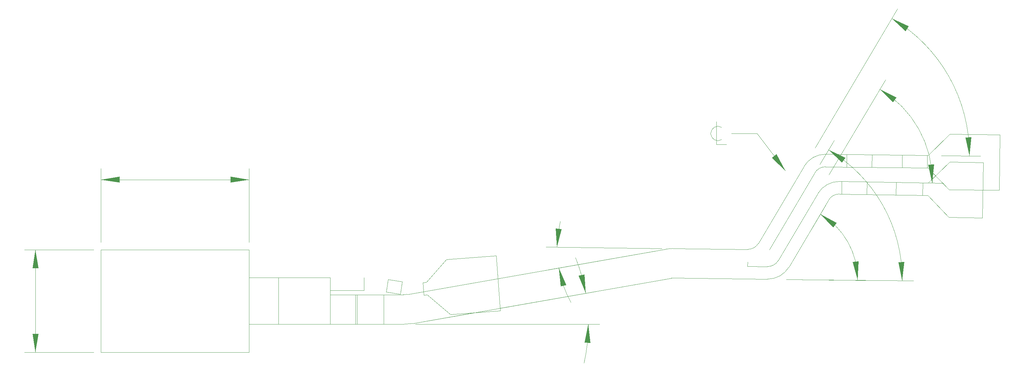
<source format=gbr>
*
G4_C Author: OrCAD GerbTool(tm) 8.1.1 Wed Jun 18 22:44:34 2003*
%LPD*%
%FSLAX34Y34*%
%MOIN*%
%AD*%
%ADD10R,0.050000X0.050000*%
%ADD11C,0.006000*%
%ADD12C,0.019000*%
%ADD13C,0.007900*%
%ADD14C,0.005000*%
%ADD15C,0.000800*%
%ADD16R,0.070000X0.025000*%
%ADD17R,0.068000X0.023000*%
%ADD18C,0.006000*%
%ADD19C,0.009800*%
%ADD20C,0.010000*%
%ADD21C,0.030000*%
%ADD22C,0.060000*%
%ADD23C,0.035000*%
%ADD24C,0.055000*%
%ADD25C,0.010000*%
%ADD26C,0.015000*%
%ADD27C,0.020000*%
%ADD28C,0.005920*%
%ADD29C,0.207760*%
%ADD30C,0.062980*%
%ADD55C,0.001000*%
G4_C OrCAD GerbTool Tool List *
G54D55*
G1X15747Y11731D2*
G1X15747Y19585D1*
G1X-2Y11731D2*
G1X-2Y19585D1*
G1X15747Y18404D2*
G1X7873Y18404D1*
G1X-2Y18404D1*
G36*
G54D55*
G1X13779Y18089D2*
G1X15747Y18404D1*
G1X13779Y18719D1*
G1X13779Y18089D1*
G54D55*
G1X1968Y18719D2*
G1X-2Y18404D1*
G1X1968Y18089D1*
G1X1968Y18719D1*
G37*
G1X-789Y10944D2*
G1X-8149Y10944D1*
G1X-789Y-1D2*
G1X-8149Y-1D1*
G1X-6968Y10944D2*
G1X-6968Y5471D1*
G1X-6968Y-1D1*
G36*
G54D55*
G1X-6653Y8975D2*
G1X-6968Y10944D1*
G1X-7283Y8975D1*
G1X-6653Y8975D1*
G54D55*
G1X-7283Y1967D2*
G1X-6968Y-1D1*
G1X-6653Y1967D1*
G1X-7283Y1967D1*
G37*
G1X33453Y2991D2*
G1X53039Y2991D1*
G1X33924Y3212D2*
G1X52732Y6514D1*
G1X51406Y-1151D2*
G75*
G3X51858Y2991I-18740J4142D1*
G74*
G1X51569Y6310D2*
G75*
G3X50496Y10091I-18903J-3319D1*
G74*
G36*
G54D55*
G1X51858Y2991D2*
G1X52071Y1009D1*
G1X51442Y1041D1*
G1X51858Y2991D1*
G54D55*
G1X51569Y6310D2*
G1X50822Y8159D1*
G1X51436Y8299D1*
G1X51569Y6310D1*
G37*
G1X59695Y11082D2*
G1X47347Y11223D1*
G1X59358Y10876D2*
G1X47544Y8801D1*
G1X48877Y13946D2*
G75*
G3X48528Y11210I11605J-2873D1*
G74*
G1X48707Y9006D2*
G75*
G3X50009Y5309I11775J2068D1*
G74*
G36*
G54D55*
G1X48528Y11210D2*
G1X48398Y13199D1*
G1X49026Y13140D1*
G1X48528Y11210D1*
G54D55*
G1X48707Y9006D2*
G1X49511Y7181D1*
G1X48901Y7021D1*
G1X48707Y9006D1*
G37*
G1X73222Y7778D2*
G1X81698Y7681D1*
G1X75568Y13086D2*
G1X77149Y15761D1*
G1X80517Y7695D2*
G75*
G3X79478Y11752I-8082J92D1*
G3X76548Y14744I-7043J-3965D1*
G74*
G36*
G54D55*
G1X80517Y7695D2*
G1X79987Y9617D1*
G1X80613Y9686D1*
G1X80517Y7695D1*
G54D55*
G1X76548Y14744D2*
G1X78300Y13794D1*
G1X77916Y13294D1*
G1X76548Y14744D1*
G37*
G1X72927Y7781D2*
G1X86436Y7627D1*
G1X76493Y20037D2*
G1X78013Y22603D1*
G1X85255Y7641D2*
G75*
G3X83202Y15665I-15995J183D1*
G3X77411Y21587I-13942J-7842D1*
G74*
G36*
G54D55*
G1X85255Y7641D2*
G1X84842Y9591D1*
G1X85471Y9622D1*
G1X85255Y7641D1*
G54D55*
G1X77411Y21587D2*
G1X79216Y20742D1*
G1X78863Y20221D1*
G1X77411Y21587D1*
G37*
G1X89424Y20980D2*
G1X93583Y20932D1*
G1X75990Y21815D2*
G1X84759Y36622D1*
G1X92402Y20946D2*
G75*
G3X90244Y29381I-16813J192D1*
G3X84157Y35605I-14655J-8243D1*
G74*
G36*
G54D55*
G1X92402Y20946D2*
G1X91995Y22897D1*
G1X92624Y22927D1*
G1X92402Y20946D1*
G54D55*
G1X84157Y35605D2*
G1X85965Y34766D1*
G1X85613Y34244D1*
G1X84157Y35605D1*
G37*
G1X87831Y18057D2*
G1X89647Y18025D1*
G1X77464Y18923D2*
G1X83468Y29080D1*
G1X88466Y18046D2*
G75*
G3X87018Y23810I-11404J199D1*
G3X82867Y28063I-9956J-5565D1*
G74*
G36*
G54D55*
G1X88466Y18046D2*
G1X88017Y19988D1*
G1X88645Y20032D1*
G1X88466Y18046D1*
G54D55*
G1X82867Y28063D2*
G1X84652Y27175D1*
G1X84286Y26662D1*
G1X82867Y28063D1*
G54D55*
G1X72808Y19355D2*
G1X71376Y20743D1*
G1X71881Y21120D1*
G1X72808Y19355D1*
G37*
G1X66018Y24000D2*
G1X65624Y24131D1*
G1X65230Y24000D1*
G1X64968Y23738D1*
G1X64837Y23344D1*
G1X64968Y22950D1*
G1X65230Y22688D1*
G1X65624Y22556D1*
G1X66018Y22688D1*
G1X65493Y24591D2*
G1X65493Y22163D1*
G1X66543Y22163D1*
G1X-2Y10944D2*
G1X-2Y-1D1*
G1X15747Y10944D2*
G1X15747Y7952D1*
G1X15747Y2991D1*
G1X15747Y-1D1*
G1X37176Y4025D2*
G1X34729Y6130D1*
G1X18889Y7952D2*
G1X18889Y2991D1*
G1X24400Y7952D2*
G1X24400Y6613D1*
G1X24400Y6141D1*
G1X24400Y2991D1*
G1X27078Y6141D2*
G1X27078Y2991D1*
G1X27255Y6141D2*
G1X27255Y2991D1*
G1X27984Y7956D2*
G1X27984Y6618D1*
G1X34240Y7440D2*
G1X34339Y6106D1*
G1X42476Y4424D2*
G1X42038Y10306D1*
G1X30087Y6141D2*
G1X30087Y2991D1*
G1X30353Y6432D2*
G1X30353Y6436D1*
G1X31854Y6200D2*
G1X31854Y6205D1*
G1X34339Y6101D2*
G1X34339Y6106D1*
G1X34729Y6130D2*
G1X34729Y6135D1*
G1X37176Y4025D2*
G1X37176Y4030D1*
G1X30558Y7758D2*
G1X30353Y6436D1*
G1X15747Y-1D2*
G1X-2Y-1D1*
G1X32175Y2991D2*
G1X15747Y2991D1*
G1X31854Y6200D2*
G1X30353Y6432D1*
G1X32058Y7526D2*
G1X30558Y7758D1*
G1X42476Y4419D2*
G1X42476Y4424D1*
G1X32058Y7526D2*
G1X31854Y6205D1*
G1X42476Y4419D2*
G1X37176Y4025D1*
G1X34729Y6130D2*
G1X34339Y6101D1*
G1X34630Y7468D2*
G1X34240Y7440D1*
G1X36737Y9912D2*
G1X42038Y10306D1*
G1X27984Y6614D2*
G1X24400Y6613D1*
G1X32175Y6141D2*
G1X24400Y6141D1*
G1X24400Y7952D2*
G1X15747Y7952D1*
G1X15747Y10944D2*
G1X-2Y10944D1*
G1X70910Y7804D2*
G1X60801Y7920D1*
G1X70926Y9143D2*
G1X68796Y9167D1*
G1X68817Y10978D2*
G1X60837Y11069D1*
G1X90230Y14393D2*
G1X93772Y14331D1*
G1X60678Y7910D2*
G1X42426Y4705D1*
G1X39566Y4203D2*
G1X33149Y3076D1*
G1X60133Y11012D2*
G1X32604Y6178D1*
G1X69823Y23344D2*
G1X67068Y23344D1*
G1X95569Y17287D2*
G1X90255Y17348D1*
G1X87997Y19657D2*
G1X77097Y19782D1*
G1X88013Y20996D2*
G1X77112Y21120D1*
G1X90322Y23253D2*
G1X95637Y23192D1*
G1X87986Y16716D2*
G1X78575Y16880D1*
G1X88010Y18054D2*
G1X78598Y18218D1*
G1X93875Y20235D2*
G1X90333Y20297D1*
G1X87986Y16716D2*
G1X90230Y14393D1*
G1X72808Y19355D2*
G1X69823Y23344D1*
G1X68801Y9640D2*
G1X68796Y9167D1*
G1X90255Y17348D2*
G1X87997Y19657D1*
G1X79361Y21095D2*
G1X79346Y19756D1*
G1X82038Y21064D2*
G1X82023Y19726D1*
G1X78830Y18214D2*
G1X78807Y16876D1*
G1X81507Y18168D2*
G1X81484Y16829D1*
G1X84621Y18113D2*
G1X84598Y16775D1*
G1X34630Y7468D2*
G1X36737Y9912D1*
G1X85251Y21027D2*
G1X85235Y19689D1*
G1X87928Y20997D2*
G1X87913Y19658D1*
G1X95637Y23192D2*
G1X95569Y17287D1*
G1X87453Y18064D2*
G1X87429Y16725D1*
G1X93772Y14331D2*
G1X93875Y20235D1*
G1X76282Y16923D2*
G1X72059Y9781D1*
G1X77434Y16242D2*
G1X73211Y9100D1*
G1X74813Y19827D2*
G1X69949Y11615D1*
G1X75964Y19145D2*
G1X71101Y10933D1*
G1X88013Y20996D2*
G1X90322Y23253D1*
G1X90333Y20297D2*
G1X88010Y18054D1*
G1X77112Y21120D2*
G75*
G3X74813Y19827I-30J-2638D1*
G74*
G1X68817Y10978D2*
G75*
G3X69949Y11615I15J1299D1*
G74*
G1X60837Y11069D2*
G75*
G3X60133Y11012I-44J-3819D1*
G74*
G1X32175Y6141D2*
G75*
G3X32604Y6178I0J2480D1*
G74*
G1X78598Y18218D2*
G75*
G3X76282Y16923I-46J-2637D1*
G74*
G1X70926Y9143D2*
G75*
G3X72059Y9781I15J1299D1*
G74*
G1X78575Y16880D2*
G75*
G3X77434Y16242I-23J-1299D1*
G74*
G1X70910Y7804D2*
G75*
G3X73211Y9100I30J2638D1*
G74*
G1X77097Y19782D2*
G75*
G3X75964Y19145I-15J-1299D1*
G74*
G1X60801Y7920D2*
G75*
G3X60678Y7910I-8J-669D1*
G74*
G1X32175Y2991D2*
G75*
G3X33149Y3076I0J5630D1*
M2*

</source>
